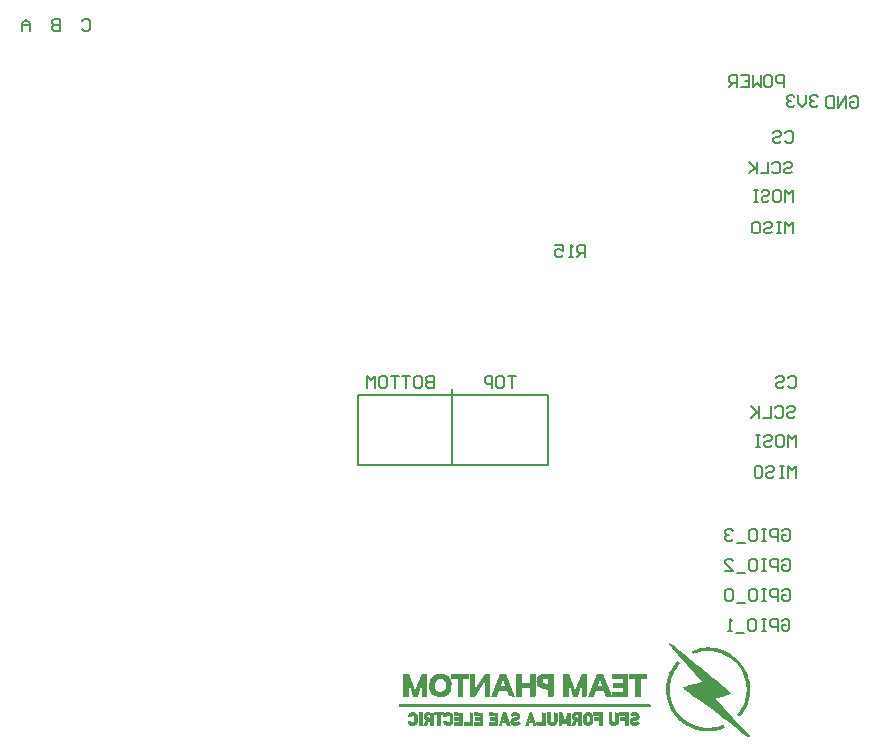
<source format=gbo>
G04*
G04 #@! TF.GenerationSoftware,Altium Limited,Altium Designer,18.1.11 (251)*
G04*
G04 Layer_Color=32896*
%FSLAX25Y25*%
%MOIN*%
G70*
G01*
G75*
%ADD13C,0.00787*%
%ADD16C,0.00591*%
G36*
X415351Y185519D02*
X414709Y185199D01*
X413426D01*
Y188173D01*
X410598D01*
Y185199D01*
X408673D01*
Y192809D01*
X410598D01*
Y189893D01*
X413426D01*
Y192809D01*
X415351D01*
Y185519D01*
D02*
G37*
G36*
X400188Y185198D02*
X398292D01*
Y190389D01*
X395114Y185198D01*
X393277D01*
Y192809D01*
X395201D01*
Y187735D01*
X398409Y192809D01*
X400188D01*
Y185198D01*
D02*
G37*
G36*
X432526Y185519D02*
X431884Y185199D01*
X430689D01*
Y190039D01*
X429289Y185199D01*
X427744D01*
X426373Y190039D01*
Y185199D01*
X424536D01*
Y192809D01*
X426344D01*
X428502Y187531D01*
X430631Y192809D01*
X432526D01*
Y185519D01*
D02*
G37*
G36*
X379163Y185198D02*
X377355D01*
Y190039D01*
X375926Y185198D01*
X374410D01*
X373010Y190039D01*
Y185198D01*
X371203D01*
Y192809D01*
X373040D01*
X375139Y187531D01*
X377326Y192809D01*
X379163D01*
Y185198D01*
D02*
G37*
G36*
X452296Y191060D02*
X450284D01*
Y185199D01*
X448360D01*
Y191060D01*
X446319D01*
Y192518D01*
Y192809D01*
X452296D01*
Y191060D01*
D02*
G37*
G36*
X446231Y185199D02*
X440778D01*
X440749Y185270D01*
Y186919D01*
X444336D01*
Y188144D01*
X440953D01*
Y189893D01*
X444307D01*
Y191060D01*
X440807D01*
Y192518D01*
Y192809D01*
X446231D01*
Y185199D01*
D02*
G37*
G36*
X440749Y185270D02*
Y185199D01*
X438912D01*
X436813Y190856D01*
X436054Y188814D01*
X437367D01*
X437891Y187094D01*
X435471D01*
X434684Y185199D01*
X432730D01*
X435879Y192809D01*
X437687D01*
X440749Y185270D01*
D02*
G37*
G36*
X421474Y185519D02*
X420833Y185199D01*
X419550D01*
Y191031D01*
X418121D01*
X417946Y191001D01*
X417800Y190972D01*
X417742Y190943D01*
X417713Y190914D01*
X417625Y190797D01*
X417596Y190652D01*
X417567Y190535D01*
Y190506D01*
Y190477D01*
X417596Y190331D01*
X417625Y190185D01*
X417742Y189981D01*
X417888Y189835D01*
X417917Y189777D01*
X417946D01*
X418092Y189689D01*
X418325Y189602D01*
X418762Y189456D01*
X418996Y189398D01*
X419171Y189368D01*
X419287Y189339D01*
X419346D01*
X419112Y187590D01*
X418442Y187706D01*
X417888Y187852D01*
X417421Y188027D01*
X417042Y188173D01*
X416750Y188348D01*
X416546Y188464D01*
X416430Y188552D01*
X416401Y188581D01*
X416109Y188873D01*
X415905Y189193D01*
X415759Y189514D01*
X415672Y189806D01*
X415584Y190097D01*
X415555Y190302D01*
Y190447D01*
Y190506D01*
X415584Y190885D01*
X415642Y191235D01*
X415759Y191526D01*
X415876Y191760D01*
X415992Y191964D01*
X416109Y192080D01*
X416167Y192168D01*
X416196Y192197D01*
X416459Y192401D01*
X416750Y192547D01*
X417071Y192664D01*
X417363Y192722D01*
X417625Y192780D01*
X417829Y192809D01*
X421474D01*
Y185519D01*
D02*
G37*
G36*
X408469Y185199D02*
X406661Y185344D01*
X406515Y185432D01*
X404474Y190856D01*
X403687Y188814D01*
X405028D01*
X405553Y187094D01*
X403133D01*
X402316Y185199D01*
X400392Y185198D01*
X403541Y192809D01*
X405378D01*
X408469Y185199D01*
D02*
G37*
G36*
X393189Y191060D02*
X391177D01*
Y185198D01*
X389253D01*
Y191060D01*
X387241D01*
Y192518D01*
Y192809D01*
X393189D01*
Y191060D01*
D02*
G37*
G36*
X384237Y192839D02*
X384820Y192722D01*
X385316Y192547D01*
X385724Y192372D01*
X386045Y192168D01*
X386278Y192022D01*
X386395Y191905D01*
X386453Y191847D01*
X386774Y191439D01*
X387007Y190972D01*
X387182Y190506D01*
X387299Y190039D01*
X387357Y189631D01*
X387386Y189310D01*
X387416Y189164D01*
Y189077D01*
Y189018D01*
Y188989D01*
X387095Y188960D01*
X387124Y188289D01*
X387066Y187735D01*
X386949Y187240D01*
X386803Y186831D01*
X386628Y186511D01*
X386482Y186277D01*
X386366Y186161D01*
X386337Y186102D01*
X385928Y185782D01*
X385491Y185548D01*
X385024Y185373D01*
X384587Y185257D01*
X384179Y185198D01*
X383858Y185169D01*
X383741Y185140D01*
X383566D01*
X382896Y185169D01*
X382312Y185286D01*
X381846Y185432D01*
X381438Y185636D01*
X381146Y185811D01*
X380913Y185957D01*
X380767Y186073D01*
X380738Y186102D01*
X380417Y186511D01*
X380184Y186977D01*
X380009Y187444D01*
X379892Y187910D01*
X379834Y188348D01*
X379776Y188669D01*
Y188814D01*
Y188902D01*
Y188960D01*
Y188989D01*
X379805Y189660D01*
X379921Y190214D01*
X380067Y190710D01*
X380242Y191118D01*
X380446Y191439D01*
X380592Y191672D01*
X380709Y191789D01*
X380738Y191847D01*
X381117Y192197D01*
X381583Y192430D01*
X382050Y192605D01*
X382488Y192751D01*
X382925Y192809D01*
X383246Y192839D01*
X383391Y192868D01*
X383566D01*
X384237Y192839D01*
D02*
G37*
G36*
X460928Y202403D02*
X461978Y201645D01*
X462444Y201266D01*
X462911Y200916D01*
X463319Y200595D01*
X463727Y200303D01*
X464077Y200012D01*
X464398Y199749D01*
X464689Y199545D01*
X464923Y199341D01*
X465098Y199195D01*
X465244Y199079D01*
X465331Y199020D01*
X465360Y198991D01*
X466293Y198233D01*
X467197Y197475D01*
X468043Y196804D01*
X468451Y196484D01*
X468830Y196163D01*
X469151Y195900D01*
X469472Y195638D01*
X469734Y195434D01*
X469968Y195230D01*
X470143Y195084D01*
X470288Y194967D01*
X470376Y194909D01*
X470405Y194880D01*
X471338Y194122D01*
X472242Y193363D01*
X473088Y192664D01*
X473496Y192343D01*
X473875Y192051D01*
X474196Y191760D01*
X474516Y191526D01*
X474779Y191293D01*
X475012Y191118D01*
X475187Y190972D01*
X475333Y190856D01*
X475420Y190797D01*
X475450Y190768D01*
X476412Y189981D01*
X477316Y189193D01*
X478220Y188464D01*
X478599Y188085D01*
X479007Y187765D01*
X479357Y187444D01*
X479678Y187152D01*
X479940Y186919D01*
X480173Y186686D01*
X480378Y186511D01*
X480523Y186394D01*
X480611Y186307D01*
X480640Y186277D01*
X480057Y186044D01*
X479503Y185840D01*
X479007Y185665D01*
X478570Y185490D01*
X478249Y185373D01*
X477986Y185286D01*
X477811Y185228D01*
X477753Y185199D01*
X476820Y184936D01*
X476383Y184819D01*
X475974Y184732D01*
X475654Y184644D01*
X475391Y184615D01*
X475216Y184557D01*
X475158D01*
X474808Y184615D01*
X475070Y184440D01*
X475304Y184265D01*
X475508Y184120D01*
X475683Y183974D01*
X475829Y183857D01*
X475916Y183770D01*
X475974Y183711D01*
X476004Y183682D01*
X476324Y183332D01*
X476587Y183041D01*
X476703Y182924D01*
X476791Y182837D01*
X476820Y182778D01*
X476849Y182749D01*
X477287Y182283D01*
X477666Y181874D01*
X478045Y181466D01*
X478336Y181116D01*
X478599Y180825D01*
X478803Y180591D01*
X478920Y180446D01*
X478978Y180387D01*
X479853Y179483D01*
X480261Y179046D01*
X480640Y178667D01*
X480961Y178317D01*
X481194Y178084D01*
X481340Y177909D01*
X481369Y177879D01*
X481398Y177850D01*
X481865Y177384D01*
X482273Y176917D01*
X482681Y176480D01*
X483031Y176130D01*
X483323Y175809D01*
X483556Y175547D01*
X483702Y175401D01*
X483760Y175343D01*
X484198Y174876D01*
X484606Y174439D01*
X484985Y174001D01*
X485335Y173651D01*
X485626Y173360D01*
X485830Y173126D01*
X485976Y172980D01*
X486035Y172922D01*
X486180Y172806D01*
X486326Y172689D01*
X486414Y172601D01*
X486472Y172572D01*
X486530Y172485D01*
X486589Y172397D01*
X486618Y172164D01*
X486589Y171989D01*
Y171960D01*
Y171931D01*
X486501Y171843D01*
X486414Y171785D01*
X486326Y171756D01*
X486239D01*
X486093Y171814D01*
X486035Y171843D01*
X485801Y171989D01*
X485626Y172077D01*
X485539Y172135D01*
X485510Y172164D01*
X484577Y172864D01*
X483731Y173535D01*
X482944Y174147D01*
X482594Y174439D01*
X482273Y174730D01*
X481981Y174963D01*
X481719Y175197D01*
X481515Y175372D01*
X481311Y175547D01*
X481165Y175692D01*
X481048Y175780D01*
X480990Y175838D01*
X480961Y175867D01*
X480028Y176567D01*
X479124Y177267D01*
X478249Y177909D01*
X477870Y178200D01*
X477491Y178463D01*
X477170Y178725D01*
X476849Y178958D01*
X476587Y179162D01*
X476354Y179337D01*
X476179Y179483D01*
X476033Y179571D01*
X475945Y179629D01*
X475916Y179658D01*
X474983Y180387D01*
X474050Y181058D01*
X473204Y181699D01*
X472796Y182020D01*
X472446Y182283D01*
X472096Y182545D01*
X471805Y182778D01*
X471542Y182982D01*
X471309Y183157D01*
X471105Y183303D01*
X470988Y183391D01*
X470901Y183449D01*
X470871Y183478D01*
X469763Y184207D01*
X468714Y184907D01*
X468247Y185228D01*
X467780Y185548D01*
X467343Y185840D01*
X466964Y186132D01*
X466614Y186365D01*
X466293Y186598D01*
X466002Y186802D01*
X465768Y186977D01*
X465593Y187123D01*
X465448Y187211D01*
X465360Y187269D01*
X465331Y187298D01*
X465185Y187415D01*
X465069Y187502D01*
X465010Y187560D01*
X464981Y187590D01*
X464894Y187677D01*
X464806Y187765D01*
X464602Y188027D01*
X464515Y188144D01*
X464427Y188260D01*
X464398Y188319D01*
X464369Y188348D01*
X465098Y188581D01*
X465768Y188785D01*
X466381Y188960D01*
X466906Y189106D01*
X467343Y189223D01*
X467547Y189281D01*
X467693Y189310D01*
X467810Y189368D01*
X467897D01*
X467955Y189398D01*
X467985D01*
X468597Y189543D01*
X469180Y189689D01*
X469705Y189835D01*
X470143Y189952D01*
X470521Y190039D01*
X470813Y190097D01*
X470930Y190127D01*
X471017Y190156D01*
X471076D01*
X470580Y190622D01*
X470084Y191118D01*
X469618Y191585D01*
X469180Y192022D01*
X468830Y192401D01*
X468539Y192722D01*
X468451Y192839D01*
X468364Y192926D01*
X468334Y192955D01*
X468305Y192984D01*
X467751Y193597D01*
X467256Y194151D01*
X466760Y194705D01*
X466323Y195171D01*
X465973Y195580D01*
X465681Y195900D01*
X465593Y196017D01*
X465506Y196104D01*
X465477Y196134D01*
X465448Y196163D01*
X464923Y196746D01*
X464427Y197329D01*
X463931Y197854D01*
X463523Y198321D01*
X463173Y198729D01*
X462882Y199050D01*
X462794Y199166D01*
X462707Y199254D01*
X462677Y199283D01*
X462648Y199312D01*
X462123Y199924D01*
X461599Y200508D01*
X461103Y201062D01*
X460665Y201557D01*
X460286Y201966D01*
X459995Y202286D01*
X459878Y202403D01*
X459791Y202490D01*
X459761Y202549D01*
X459732Y202578D01*
Y202724D01*
X459761Y202811D01*
X459791Y202840D01*
X459820Y202928D01*
Y203045D01*
Y203132D01*
Y203190D01*
X460928Y202403D01*
D02*
G37*
G36*
X453405Y182662D02*
X453871Y182516D01*
Y181612D01*
X369686Y181612D01*
Y182807D01*
X453405Y182662D01*
D02*
G37*
G36*
X386512Y180037D02*
X386628Y180008D01*
X386686D01*
X386861Y179950D01*
X386978Y179891D01*
X387095Y179833D01*
X387124Y179804D01*
X387241Y179717D01*
X387357Y179629D01*
X387445Y179542D01*
X387474Y179512D01*
X387561Y179396D01*
X387649Y179308D01*
X387678Y179250D01*
X387707Y179221D01*
X387766Y179046D01*
X387795Y178988D01*
Y178958D01*
X387824Y178813D01*
X387853Y178783D01*
Y178754D01*
X387882Y178638D01*
Y178492D01*
Y178404D01*
Y178346D01*
Y178171D01*
Y177996D01*
Y177850D01*
Y177821D01*
Y177792D01*
Y177530D01*
Y177325D01*
Y177209D01*
Y177150D01*
Y177005D01*
X387853Y176888D01*
Y176830D01*
Y176801D01*
X387824Y176684D01*
Y176655D01*
Y176626D01*
X387795Y176567D01*
Y176538D01*
Y176509D01*
X387766Y176480D01*
Y176451D01*
X387736Y176392D01*
Y176363D01*
Y176334D01*
X387620Y176188D01*
X387532Y176101D01*
X387474Y176042D01*
X387445Y176013D01*
X387357Y175926D01*
X387241Y175838D01*
X387153Y175751D01*
X387124Y175722D01*
X386978Y175634D01*
X386832Y175576D01*
X386716Y175517D01*
X386686D01*
X386512Y175488D01*
X386337Y175459D01*
X386162D01*
X385958Y175488D01*
X385783Y175517D01*
X385666Y175547D01*
X385608D01*
X385403Y175634D01*
X385228Y175722D01*
X385112Y175780D01*
X385054Y175809D01*
X384908Y175926D01*
X384762Y176072D01*
X384704Y176188D01*
X384675Y176217D01*
X384587Y176451D01*
X384500Y176684D01*
X384470Y176859D01*
X384441Y176888D01*
Y176917D01*
Y177209D01*
X385608D01*
X385724Y176975D01*
X385812Y176830D01*
X385870Y176771D01*
X385899Y176742D01*
X385987Y176684D01*
X386074Y176655D01*
X386278D01*
X386308Y176684D01*
X386337Y176713D01*
X386395Y176742D01*
X386453D01*
X386482Y176771D01*
X386541Y176830D01*
X386570Y176859D01*
Y176888D01*
X386599Y176917D01*
Y176975D01*
X386628Y177005D01*
X386657Y177209D01*
Y177267D01*
Y177296D01*
Y177471D01*
Y177617D01*
Y177734D01*
Y177792D01*
Y177967D01*
Y178113D01*
Y178200D01*
Y178229D01*
Y178346D01*
X386628Y178433D01*
Y178463D01*
X386599Y178579D01*
Y178608D01*
X386570Y178667D01*
X386512Y178725D01*
X386482Y178754D01*
X386395Y178813D01*
X386366Y178842D01*
X386308D01*
X386191Y178871D01*
X386074D01*
X386045Y178842D01*
X385958Y178813D01*
X385928D01*
X385899Y178783D01*
X385812Y178696D01*
X385783Y178667D01*
Y178638D01*
X385724Y178550D01*
X385695Y178433D01*
X385666Y178346D01*
Y178288D01*
X384441D01*
X384470Y178521D01*
X384500Y178725D01*
X384558Y178871D01*
X384577Y178949D01*
X384791Y178929D01*
Y179439D01*
X384733Y179367D01*
X384645Y179192D01*
X384616Y179133D01*
Y179075D01*
X384587Y178988D01*
X384577Y178949D01*
X383712Y179029D01*
Y175488D01*
X382458D01*
Y178929D01*
X381379D01*
Y180037D01*
X384791D01*
Y179439D01*
X384849Y179512D01*
X384937Y179600D01*
X384966Y179629D01*
X385170Y179804D01*
X385345Y179891D01*
X385491Y179950D01*
X385520Y179979D01*
X385549D01*
X385753Y180037D01*
X385958Y180066D01*
X386366D01*
X386512Y180037D01*
D02*
G37*
G36*
X474021Y201587D02*
X474779Y201499D01*
X475450Y201382D01*
X475770Y201324D01*
X476033Y201266D01*
X476266Y201207D01*
X476470Y201178D01*
X476645Y201120D01*
X476762Y201091D01*
X476820Y201062D01*
X476849D01*
X477637Y200799D01*
X478395Y200478D01*
X479065Y200158D01*
X479678Y199866D01*
X479940Y199720D01*
X480173Y199574D01*
X480378Y199458D01*
X480553Y199341D01*
X480698Y199254D01*
X480786Y199195D01*
X480844Y199166D01*
X480873Y199137D01*
X481573Y198583D01*
X482215Y197971D01*
X482798Y197358D01*
X483294Y196804D01*
X483702Y196279D01*
X483877Y196046D01*
X484023Y195871D01*
X484139Y195696D01*
X484227Y195580D01*
X484256Y195521D01*
X484285Y195492D01*
X484752Y194851D01*
X485131Y194209D01*
X485481Y193597D01*
X485743Y193013D01*
X485947Y192518D01*
X486035Y192284D01*
X486093Y192110D01*
X486151Y191964D01*
X486180Y191847D01*
X486210Y191789D01*
Y191760D01*
X486443Y190914D01*
X486618Y190068D01*
X486705Y189281D01*
X486793Y188581D01*
X486822Y188289D01*
Y187998D01*
X486851Y187765D01*
Y187560D01*
Y187386D01*
Y187269D01*
Y187181D01*
Y187152D01*
X486793Y186307D01*
X486676Y185519D01*
X486530Y184790D01*
X486355Y184149D01*
X486297Y183857D01*
X486210Y183624D01*
X486151Y183391D01*
X486064Y183216D01*
X486035Y183070D01*
X485976Y182953D01*
X485947Y182895D01*
Y182866D01*
X485626Y182020D01*
X485277Y181262D01*
X484897Y180591D01*
X484518Y180008D01*
X484373Y179746D01*
X484198Y179512D01*
X484052Y179337D01*
X483935Y179162D01*
X483848Y179046D01*
X483760Y178958D01*
X483731Y178900D01*
X483702Y178871D01*
X483119Y178754D01*
X482565Y179250D01*
X483089Y179950D01*
X483527Y180591D01*
X483906Y181175D01*
X484198Y181699D01*
X484431Y182137D01*
X484548Y182312D01*
X484606Y182457D01*
X484664Y182574D01*
X484723Y182662D01*
X484752Y182691D01*
Y182720D01*
X485014Y183595D01*
X485189Y184440D01*
X485364Y185199D01*
X485452Y185869D01*
X485510Y186161D01*
X485539Y186423D01*
Y186627D01*
X485568Y186831D01*
X485597Y186977D01*
Y187094D01*
Y187152D01*
Y187181D01*
Y187940D01*
X485539Y188698D01*
X485452Y189368D01*
X485364Y189981D01*
X485335Y190243D01*
X485277Y190477D01*
X485218Y190681D01*
X485189Y190856D01*
X485160Y191001D01*
X485131Y191118D01*
X485102Y191176D01*
Y191206D01*
X484839Y191964D01*
X484577Y192693D01*
X484285Y193305D01*
X484023Y193888D01*
X483789Y194326D01*
X483673Y194530D01*
X483585Y194676D01*
X483498Y194792D01*
X483469Y194880D01*
X483410Y194938D01*
Y194967D01*
X482856Y195667D01*
X482273Y196279D01*
X481719Y196804D01*
X481223Y197242D01*
X480815Y197621D01*
X480611Y197766D01*
X480465Y197883D01*
X480348Y197971D01*
X480261Y198029D01*
X480203Y198087D01*
X480173D01*
X479532Y198495D01*
X478861Y198875D01*
X478249Y199166D01*
X477666Y199429D01*
X477199Y199633D01*
X476995Y199691D01*
X476820Y199749D01*
X476674Y199808D01*
X476558Y199837D01*
X476499Y199866D01*
X476470D01*
X475712Y200070D01*
X474983Y200216D01*
X474283Y200303D01*
X473671Y200362D01*
X473379Y200391D01*
X473117Y200420D01*
X472359D01*
X471542Y200362D01*
X470755Y200274D01*
X469997Y200129D01*
X469326Y199953D01*
X469034Y199895D01*
X468743Y199808D01*
X468509Y199749D01*
X468305Y199662D01*
X468130Y199633D01*
X468014Y199574D01*
X467926Y199545D01*
X467897D01*
X467547Y200595D01*
X468451Y200916D01*
X469297Y201149D01*
X470113Y201353D01*
X470842Y201470D01*
X471134Y201499D01*
X471425Y201557D01*
X471688Y201587D01*
X471892D01*
X472067Y201616D01*
X473175D01*
X474021Y201587D01*
D02*
G37*
G36*
X426548Y179891D02*
X427044Y179746D01*
Y175488D01*
X425790D01*
Y176787D01*
X425469Y176042D01*
X424536D01*
X424245Y176719D01*
Y175488D01*
X422991D01*
Y180037D01*
X424099D01*
X425003Y177500D01*
X425936Y180037D01*
X426548Y179891D01*
D02*
G37*
G36*
X442645D02*
X443140Y179746D01*
Y177121D01*
X443111Y176859D01*
X443082Y176655D01*
X443053Y176509D01*
X443024Y176451D01*
X442907Y176246D01*
X442790Y176072D01*
X442674Y175955D01*
X442645Y175926D01*
X442440Y175751D01*
X442236Y175634D01*
X442120Y175576D01*
X442061Y175547D01*
X441828Y175488D01*
X441624Y175459D01*
X441391D01*
X441128Y175488D01*
X440924Y175517D01*
X440778Y175547D01*
X440720D01*
X440487Y175663D01*
X440312Y175780D01*
X440195Y175867D01*
X440166Y175897D01*
X440020Y176101D01*
X439903Y176276D01*
X439845Y176392D01*
X439816Y176451D01*
X439729Y176684D01*
X439699Y176917D01*
X439670Y177063D01*
Y177092D01*
Y177121D01*
Y180037D01*
X440895D01*
Y177209D01*
X440924Y177034D01*
X440953Y176975D01*
Y176946D01*
X441012Y176830D01*
X441041Y176801D01*
X441070D01*
X441157Y176713D01*
X441187Y176684D01*
X441216D01*
X441332Y176655D01*
X441478D01*
X441537Y176684D01*
X441595D01*
X441682Y176742D01*
X441711Y176801D01*
X441741D01*
X441828Y176888D01*
X441857Y176946D01*
X441886Y177034D01*
Y177121D01*
Y177180D01*
Y177209D01*
Y180037D01*
X442645Y179891D01*
D02*
G37*
G36*
X422116D02*
X422612Y179746D01*
Y177121D01*
X422582Y176859D01*
X422553Y176655D01*
X422524Y176509D01*
X422495Y176451D01*
X422378Y176246D01*
X422262Y176072D01*
X422145Y175955D01*
X422116Y175926D01*
X421912Y175751D01*
X421708Y175634D01*
X421591Y175576D01*
X421533Y175547D01*
X421299Y175488D01*
X421095Y175459D01*
X420862D01*
X420600Y175488D01*
X420396Y175517D01*
X420250Y175547D01*
X420191D01*
X419958Y175663D01*
X419783Y175780D01*
X419666Y175867D01*
X419637Y175897D01*
X419491Y176101D01*
X419346Y176276D01*
X419287Y176392D01*
X419258Y176451D01*
X419171Y176684D01*
X419142Y176917D01*
X419112Y177063D01*
Y177092D01*
Y177121D01*
Y180037D01*
X420366D01*
Y177209D01*
X420396Y177034D01*
X420425Y176975D01*
Y176946D01*
X420483Y176830D01*
X420512Y176801D01*
X420541Y176771D01*
X420629Y176713D01*
X420658Y176684D01*
X420687D01*
X420804Y176655D01*
X420950D01*
X421008Y176684D01*
X421066D01*
X421154Y176742D01*
X421183Y176801D01*
X421212D01*
X421299Y176888D01*
X421329Y176946D01*
X421358Y177034D01*
Y177121D01*
Y177180D01*
Y177209D01*
Y180037D01*
X422116Y179891D01*
D02*
G37*
G36*
X374673Y180037D02*
X374789Y180008D01*
X374848D01*
X375023Y179950D01*
X375198Y179862D01*
X375314Y179804D01*
X375372Y179775D01*
X375518Y179629D01*
X375577Y179571D01*
X375606Y179542D01*
X375781Y179337D01*
X375839Y179250D01*
X375868Y179221D01*
X375926Y179075D01*
X375956Y179017D01*
Y178988D01*
X376014Y178842D01*
Y178783D01*
Y178754D01*
X376043Y178638D01*
Y178521D01*
X376072Y178433D01*
Y178375D01*
Y178200D01*
Y177996D01*
Y177850D01*
Y177821D01*
Y177792D01*
Y177530D01*
Y177325D01*
Y177209D01*
Y177150D01*
X376043Y176975D01*
Y176888D01*
X376014Y176830D01*
Y176801D01*
X375985Y176684D01*
Y176655D01*
Y176626D01*
X375956Y176567D01*
Y176538D01*
Y176509D01*
X375926Y176480D01*
Y176451D01*
X375868Y176334D01*
X375839Y176305D01*
Y176276D01*
X375693Y176101D01*
X375635Y176042D01*
Y176013D01*
X375518Y175926D01*
X375402Y175809D01*
X375314Y175722D01*
X375285Y175692D01*
X375110Y175605D01*
X374964Y175576D01*
X374877Y175517D01*
X374848D01*
X374673Y175488D01*
X374498Y175459D01*
X374323D01*
X374089Y175488D01*
X373914Y175517D01*
X373798Y175547D01*
X373740D01*
X373565Y175634D01*
X373390Y175692D01*
X373273Y175751D01*
X373244Y175780D01*
X373098Y175926D01*
X372952Y176072D01*
X372894Y176188D01*
X372865Y176217D01*
X372748Y176451D01*
X372690Y176655D01*
X372631Y176859D01*
X372602Y176888D01*
Y176917D01*
Y177209D01*
X373798D01*
X373914Y176975D01*
X374002Y176830D01*
X374060Y176771D01*
X374089Y176742D01*
X374148Y176684D01*
X374235Y176655D01*
X374439D01*
X374498Y176684D01*
X374527Y176713D01*
X374585Y176742D01*
X374614Y176771D01*
X374673Y176830D01*
X374702Y176859D01*
X374731Y176888D01*
X374760D01*
Y176975D01*
Y177005D01*
X374789Y177209D01*
X374818Y177267D01*
Y177296D01*
Y177442D01*
Y177588D01*
Y177734D01*
Y177792D01*
Y177996D01*
Y178142D01*
Y178229D01*
Y178259D01*
X374789Y178433D01*
X374760Y178492D01*
Y178521D01*
Y178579D01*
Y178608D01*
X374731Y178638D01*
X374702Y178667D01*
X374643Y178725D01*
X374614Y178754D01*
X374556Y178813D01*
X374527Y178842D01*
X374468D01*
X374381Y178871D01*
X374264D01*
X374235Y178842D01*
X374206D01*
X374060Y178813D01*
X374031Y178783D01*
X373973Y178696D01*
X373944Y178667D01*
X373914Y178579D01*
X373885Y178463D01*
X373827Y178346D01*
Y178317D01*
Y178288D01*
X372602D01*
X372631Y178521D01*
X372661Y178725D01*
X372690Y178871D01*
X372719Y179017D01*
X372748Y179104D01*
X372777Y179162D01*
X372806Y179221D01*
X372923Y179396D01*
X373040Y179512D01*
X373127Y179600D01*
X373156Y179629D01*
X373331Y179775D01*
X373506Y179891D01*
X373623Y179921D01*
X373681Y179950D01*
X373914Y180008D01*
X374119Y180066D01*
X374527D01*
X374673Y180037D01*
D02*
G37*
G36*
X446348Y175488D02*
X445094D01*
Y177180D01*
X443432D01*
Y178317D01*
X445094D01*
Y178871D01*
X443169D01*
Y180037D01*
X446348D01*
Y175488D01*
D02*
G37*
G36*
X437658D02*
X436404D01*
Y177180D01*
X434742D01*
Y178317D01*
X436404D01*
Y178871D01*
X434480D01*
Y180037D01*
X437658D01*
Y175488D01*
D02*
G37*
G36*
X430718D02*
X429464D01*
Y177180D01*
X429202D01*
X428385Y175488D01*
X427161D01*
X428094Y177384D01*
X427890Y177471D01*
X427715Y177617D01*
X427598Y177734D01*
X427569Y177792D01*
X427423Y178084D01*
X427336Y178346D01*
X427306Y178463D01*
Y178550D01*
Y178608D01*
Y178638D01*
X427336Y178871D01*
X427394Y179075D01*
X427423Y179192D01*
X427452Y179250D01*
X427569Y179425D01*
X427685Y179600D01*
X427773Y179717D01*
X427831Y179746D01*
X427977Y179833D01*
X428152Y179891D01*
X428239Y179950D01*
X428298D01*
X428473Y180008D01*
X428648Y180037D01*
X430718D01*
Y175488D01*
D02*
G37*
G36*
X418238Y179891D02*
X418704Y179746D01*
Y175488D01*
X415759D01*
X415526Y176175D01*
Y176655D01*
X417509D01*
Y180037D01*
X418238Y179891D01*
D02*
G37*
G36*
X415526Y176175D02*
Y175488D01*
X414564D01*
X414272Y176363D01*
X412982Y176495D01*
X412930Y175488D01*
X411735D01*
X413280Y180037D01*
X414214D01*
X415526Y176175D01*
D02*
G37*
G36*
X406982Y175488D02*
X405786D01*
X405495Y176363D01*
X404205Y176495D01*
X404153Y175488D01*
X402958D01*
X404503Y180037D01*
X405436D01*
X406982Y175488D01*
D02*
G37*
G36*
X402433Y179891D02*
X402900Y179746D01*
Y175488D01*
X399721Y175488D01*
Y176655D01*
X401675Y176655D01*
Y177209D01*
X400013Y177209D01*
Y178346D01*
X401675Y178346D01*
Y178871D01*
X399721Y178871D01*
Y180037D01*
X402433Y179891D01*
D02*
G37*
G36*
X397417Y179891D02*
X397913Y179746D01*
Y175488D01*
X394735D01*
Y176655D01*
X396659D01*
Y177209D01*
X394997D01*
Y178346D01*
X396659D01*
Y178871D01*
X394735D01*
Y180037D01*
X397417Y179891D01*
D02*
G37*
G36*
X394035D02*
X394531Y179746D01*
Y175488D01*
X391352D01*
Y176655D01*
X393277D01*
Y180037D01*
X394035Y179891D01*
D02*
G37*
G36*
X390681D02*
X391148Y179746D01*
Y175488D01*
X387970D01*
Y176655D01*
X389894D01*
Y177209D01*
X388232D01*
Y178346D01*
X389894D01*
Y178871D01*
X387970D01*
Y180037D01*
X390681Y179891D01*
D02*
G37*
G36*
X380825D02*
X381321Y179746D01*
Y175488D01*
X380067D01*
Y177180D01*
X379834D01*
X378988Y175488D01*
X377793D01*
X378697Y177384D01*
X378522Y177471D01*
X378347Y177617D01*
X378230Y177734D01*
X378201Y177792D01*
X378055Y178084D01*
X377968Y178375D01*
X377939Y178492D01*
Y178579D01*
Y178638D01*
Y178667D01*
X377968Y178900D01*
X377997Y179075D01*
X378055Y179192D01*
X378084Y179250D01*
X378201Y179425D01*
X378289Y179600D01*
X378405Y179717D01*
X378434Y179746D01*
X378580Y179833D01*
X378755Y179891D01*
X378842Y179950D01*
X378901D01*
X379076Y180008D01*
X379251Y180037D01*
X379455D01*
X380825Y179891D01*
D02*
G37*
G36*
X377647Y175488D02*
X376393D01*
Y180037D01*
X377647D01*
Y175488D01*
D02*
G37*
G36*
X448797Y180037D02*
X448943Y180008D01*
X448972Y179979D01*
X449002D01*
X449206Y179891D01*
X449380Y179775D01*
X449497Y179687D01*
X449526Y179658D01*
X449672Y179512D01*
X449760Y179367D01*
X449818Y179279D01*
X449847Y179221D01*
X449905Y179017D01*
X449935Y178842D01*
X449964Y178696D01*
Y178667D01*
Y178638D01*
X449935Y178433D01*
X449905Y178259D01*
X449876Y178142D01*
Y178113D01*
X449789Y177967D01*
X449672Y177792D01*
X449614Y177704D01*
X449585Y177646D01*
X449439Y177530D01*
X449322Y177442D01*
X449206Y177384D01*
X449176Y177355D01*
X448972Y177296D01*
X448797Y177238D01*
X448681Y177209D01*
X448622D01*
X448418Y177180D01*
X448360Y177150D01*
X448098D01*
X448010Y177121D01*
X447952Y177063D01*
X447893Y177034D01*
X447835Y176946D01*
Y176917D01*
Y176830D01*
X447864Y176771D01*
X447893Y176713D01*
X447923D01*
X447981Y176655D01*
X448156Y176509D01*
X448127Y176538D01*
X448068Y176596D01*
X447981Y176655D01*
X448360D01*
X448506Y176684D01*
X448622D01*
X448768Y176713D01*
X448827D01*
X449002Y176801D01*
X449206Y176946D01*
X449380Y177034D01*
X449410Y177092D01*
X449439D01*
X450168Y176276D01*
X449993Y176101D01*
X449818Y175955D01*
X449672Y175838D01*
X449526Y175751D01*
X449410Y175692D01*
X449322Y175634D01*
X449293Y175605D01*
X449264D01*
X448914Y175517D01*
X448622Y175488D01*
X448477Y175459D01*
X448302D01*
X448010Y175488D01*
X447777Y175517D01*
X447573Y175576D01*
X447398Y175634D01*
X447252Y175692D01*
X447164Y175751D01*
X447106Y175809D01*
X447077D01*
X446931Y175955D01*
X446814Y176159D01*
X446727Y176334D01*
X446669Y176538D01*
X446639Y176713D01*
X446610Y176859D01*
Y176946D01*
Y176975D01*
Y177121D01*
X446639Y177238D01*
X446669Y177355D01*
X446698Y177384D01*
X446756Y177559D01*
X446844Y177704D01*
X446902Y177821D01*
X446931Y177850D01*
X447077Y177996D01*
X447223Y178084D01*
X447310Y178142D01*
X447368Y178171D01*
X447573Y178259D01*
X447777Y178317D01*
X447952Y178346D01*
X448243D01*
X448331Y178375D01*
X448360Y178404D01*
X448447Y178433D01*
X448564D01*
X448622Y178463D01*
X448681Y178550D01*
X448710Y178579D01*
Y178608D01*
Y178638D01*
X448681Y178696D01*
Y178725D01*
X448652Y178783D01*
X448535Y178842D01*
X448506D01*
X448447Y178871D01*
X448243D01*
X448098Y178842D01*
X447981Y178813D01*
X447952Y178783D01*
X447748Y178725D01*
X447514Y178638D01*
X447339Y178579D01*
X447310Y178550D01*
X447281D01*
X446727Y179454D01*
X447048Y179687D01*
X447310Y179833D01*
X447485Y179921D01*
X447514Y179950D01*
X447543D01*
X447806Y180008D01*
X448068Y180066D01*
X448593D01*
X448797Y180037D01*
D02*
G37*
G36*
X433138D02*
X433255Y180008D01*
X433313D01*
X433488Y179950D01*
X433605Y179891D01*
X433722Y179833D01*
X433751Y179804D01*
X433867Y179717D01*
X433984Y179629D01*
X434071Y179542D01*
X434101Y179512D01*
X434188Y179396D01*
X434246Y179308D01*
X434305Y179250D01*
Y179221D01*
X434392Y179046D01*
X434421Y178988D01*
Y178958D01*
X434451Y178813D01*
X434480Y178783D01*
Y178754D01*
Y178608D01*
Y178492D01*
X434509Y178375D01*
Y178346D01*
Y178171D01*
Y177996D01*
Y177850D01*
Y177821D01*
Y177792D01*
Y177530D01*
Y177355D01*
Y177209D01*
Y177180D01*
X434480Y177005D01*
Y176888D01*
Y176801D01*
Y176771D01*
X434451Y176684D01*
Y176655D01*
X434421Y176626D01*
Y176567D01*
Y176538D01*
Y176509D01*
X434363Y176421D01*
Y176392D01*
X434334D01*
Y176363D01*
X434305Y176334D01*
Y176305D01*
X434159Y176101D01*
X434130Y176042D01*
X434101Y176013D01*
X433867Y175809D01*
X433780Y175751D01*
X433751Y175722D01*
X433576Y175634D01*
X433430Y175576D01*
X433343Y175517D01*
X433313D01*
X433138Y175488D01*
X432964Y175459D01*
X432584D01*
X432409Y175488D01*
X432293Y175517D01*
X432264D01*
X432089Y175576D01*
X431943Y175634D01*
X431826Y175692D01*
X431797Y175722D01*
X431680Y175838D01*
X431564Y175926D01*
X431505Y175984D01*
X431476Y176013D01*
X431389Y176130D01*
X431330Y176217D01*
X431272Y176276D01*
Y176305D01*
X431185Y176451D01*
X431155Y176509D01*
Y176538D01*
X431097Y176713D01*
X431068Y176771D01*
Y176801D01*
Y176975D01*
Y177121D01*
Y177209D01*
Y177238D01*
X431039Y177413D01*
Y177617D01*
Y177734D01*
Y177792D01*
Y177967D01*
Y178142D01*
X431068Y178259D01*
Y178288D01*
Y178463D01*
Y178608D01*
Y178696D01*
Y178725D01*
X431126Y178900D01*
X431155Y178929D01*
Y178958D01*
X431214Y179133D01*
X431243Y179192D01*
Y179221D01*
X431389Y179425D01*
X431447Y179483D01*
X431476Y179512D01*
X431593Y179629D01*
X431680Y179717D01*
X431768Y179746D01*
X431797Y179775D01*
X431943Y179891D01*
X432118Y179950D01*
X432205Y180008D01*
X432264D01*
X432439Y180037D01*
X432614Y180066D01*
X432993D01*
X433138Y180037D01*
D02*
G37*
G36*
X409023D02*
X409169Y180008D01*
X409227Y179979D01*
X409431Y179891D01*
X409577Y179804D01*
X409694Y179717D01*
X409723Y179687D01*
X409898Y179542D01*
X410014Y179367D01*
X410073Y179279D01*
X410102Y179221D01*
X410160Y179017D01*
X410189Y178842D01*
Y178696D01*
Y178667D01*
Y178638D01*
X410160Y178433D01*
X410131Y178288D01*
X410102Y178171D01*
Y178113D01*
X410014Y177938D01*
X409927Y177821D01*
X409840Y177704D01*
X409810Y177675D01*
X409694Y177559D01*
X409577Y177442D01*
X409460Y177384D01*
X409431Y177355D01*
X409227Y177296D01*
X409052Y177238D01*
X408936Y177209D01*
X408877D01*
X408702Y177180D01*
X408644Y177150D01*
X408323D01*
X408236Y177121D01*
X408177Y177063D01*
X408148Y177034D01*
X408090Y176975D01*
Y176946D01*
Y176917D01*
Y176830D01*
X408119Y176771D01*
X408148Y176713D01*
X408177D01*
X408236Y176655D01*
X408411Y176509D01*
X408382Y176538D01*
X408323Y176596D01*
X408236Y176655D01*
X408615D01*
X408761Y176684D01*
X408877D01*
X409023Y176713D01*
X409052D01*
X409227Y176801D01*
X409460Y176946D01*
X409635Y177034D01*
X409665Y177092D01*
X409694D01*
X410394Y176276D01*
X410219Y176101D01*
X410073Y175955D01*
X409898Y175838D01*
X409781Y175751D01*
X409665Y175692D01*
X409577Y175634D01*
X409548Y175605D01*
X409519D01*
X409169Y175517D01*
X408877Y175488D01*
X408732Y175459D01*
X408557D01*
X408265Y175488D01*
X408003Y175517D01*
X407798Y175576D01*
X407623Y175634D01*
X407478Y175692D01*
X407390Y175751D01*
X407332Y175809D01*
X407303D01*
X407157Y175955D01*
X407040Y176130D01*
X406982Y176334D01*
X406924Y176509D01*
X406894Y176655D01*
X406865Y176801D01*
Y176888D01*
Y176917D01*
Y177092D01*
X406894Y177238D01*
X406924Y177355D01*
X406953Y177384D01*
X407011Y177559D01*
X407098Y177704D01*
X407157Y177821D01*
X407186Y177850D01*
X407332Y177996D01*
X407478Y178084D01*
X407565Y178142D01*
X407623Y178171D01*
X407828Y178259D01*
X408032Y178317D01*
X408207Y178346D01*
X408469D01*
X408586Y178375D01*
X408615Y178404D01*
X408702Y178433D01*
X408819D01*
X408877Y178463D01*
X408906Y178521D01*
X408936Y178550D01*
Y178608D01*
Y178638D01*
Y178696D01*
Y178725D01*
X408906Y178783D01*
X408790Y178842D01*
X408761D01*
X408673Y178871D01*
X408498D01*
X408352Y178842D01*
X408236Y178813D01*
X408207Y178783D01*
X408003Y178725D01*
X407769Y178638D01*
X407594Y178579D01*
X407565Y178550D01*
X407536D01*
X406982Y179454D01*
X407303Y179687D01*
X407565Y179833D01*
X407740Y179921D01*
X407769Y179950D01*
X407798D01*
X408061Y180008D01*
X408294Y180066D01*
X408819D01*
X409023Y180037D01*
D02*
G37*
G36*
X463319Y196279D02*
X462765Y195580D01*
X462269Y194880D01*
X461861Y194209D01*
X461540Y193626D01*
X461278Y193101D01*
X461161Y192897D01*
X461074Y192722D01*
X461015Y192576D01*
X460957Y192459D01*
X460928Y192401D01*
Y192372D01*
X460665Y191614D01*
X460461Y190885D01*
X460316Y190185D01*
X460199Y189573D01*
X460141Y189281D01*
X460111Y189018D01*
X460082Y188814D01*
Y188610D01*
X460053Y188464D01*
Y188348D01*
Y188289D01*
Y188260D01*
Y187502D01*
X460082Y186744D01*
X460141Y186073D01*
X460228Y185432D01*
X460286Y185169D01*
X460345Y184936D01*
X460374Y184703D01*
X460432Y184528D01*
X460461Y184382D01*
X460491Y184265D01*
X460520Y184207D01*
Y184178D01*
X460782Y183361D01*
X461103Y182574D01*
X461424Y181845D01*
X461773Y181204D01*
X461919Y180912D01*
X462065Y180650D01*
X462182Y180416D01*
X462298Y180212D01*
X462386Y180066D01*
X462473Y179950D01*
X462502Y179891D01*
X462532Y179862D01*
X463027Y179308D01*
X463523Y178783D01*
X464019Y178317D01*
X464515Y177938D01*
X464923Y177588D01*
X465244Y177355D01*
X465360Y177267D01*
X465448Y177209D01*
X465506Y177150D01*
X465535D01*
X466206Y176713D01*
X466906Y176305D01*
X467547Y175984D01*
X468130Y175751D01*
X468655Y175547D01*
X468859Y175459D01*
X469034Y175401D01*
X469180Y175343D01*
X469297Y175313D01*
X469355Y175284D01*
X469384D01*
X470143Y175109D01*
X470871Y174993D01*
X471571Y174905D01*
X472213Y174847D01*
X473525D01*
X474341Y174934D01*
X475158Y175051D01*
X475916Y175226D01*
X476616Y175430D01*
X476908Y175517D01*
X477199Y175605D01*
X477462Y175663D01*
X477666Y175751D01*
X477841Y175809D01*
X477957Y175867D01*
X478045Y175897D01*
X478074D01*
X478453Y174847D01*
X477899Y174613D01*
X477374Y174409D01*
X476908Y174234D01*
X476470Y174118D01*
X476120Y174001D01*
X475829Y173943D01*
X475654Y173914D01*
X475625Y173884D01*
X475595D01*
X475070Y173797D01*
X474546Y173768D01*
X474050Y173739D01*
X472913D01*
X472796Y173768D01*
X472650D01*
X472504Y173622D01*
X471980Y173651D01*
X471717D01*
X471455Y173680D01*
X471250Y173709D01*
X471076D01*
X470959Y173739D01*
X470930D01*
X470259Y173855D01*
X469938Y173914D01*
X469676Y173972D01*
X469443Y174030D01*
X469239Y174089D01*
X469122Y174118D01*
X469093D01*
X468247Y174380D01*
X467460Y174701D01*
X466731Y175051D01*
X466089Y175372D01*
X465798Y175517D01*
X465564Y175663D01*
X465331Y175780D01*
X465156Y175897D01*
X465010Y176013D01*
X464894Y176072D01*
X464835Y176101D01*
X464806Y176130D01*
X464077Y176655D01*
X463436Y177238D01*
X462852Y177763D01*
X462357Y178288D01*
X461978Y178754D01*
X461803Y178929D01*
X461686Y179104D01*
X461569Y179250D01*
X461482Y179337D01*
X461453Y179396D01*
X461424Y179425D01*
X460928Y180183D01*
X460520Y180912D01*
X460170Y181641D01*
X459878Y182283D01*
X459761Y182574D01*
X459674Y182866D01*
X459586Y183099D01*
X459499Y183303D01*
X459441Y183449D01*
X459412Y183595D01*
X459382Y183653D01*
Y183682D01*
X459149Y184557D01*
X459003Y185403D01*
X458887Y186190D01*
X458828Y186919D01*
Y187211D01*
Y187502D01*
Y187765D01*
Y187969D01*
Y188144D01*
Y188260D01*
Y188348D01*
Y188377D01*
X458916Y189252D01*
X459032Y190097D01*
X459207Y190856D01*
X459382Y191555D01*
X459470Y191847D01*
X459557Y192110D01*
X459645Y192343D01*
X459703Y192547D01*
X459761Y192722D01*
X459820Y192839D01*
X459849Y192897D01*
Y192926D01*
X460199Y193742D01*
X460636Y194501D01*
X461074Y195171D01*
X461482Y195784D01*
X461686Y196046D01*
X461861Y196309D01*
X462036Y196513D01*
X462182Y196688D01*
X462298Y196833D01*
X462386Y196921D01*
X462444Y196979D01*
X462473Y197008D01*
X463319Y196279D01*
D02*
G37*
%LPC*%
G36*
X383712Y191089D02*
X383566D01*
X383246Y191060D01*
X382983Y191001D01*
X382750Y190943D01*
X382546Y190856D01*
X382400Y190739D01*
X382312Y190681D01*
X382254Y190622D01*
X382225Y190593D01*
X382079Y190389D01*
X381963Y190127D01*
X381875Y189864D01*
X381817Y189631D01*
X381788Y189398D01*
X381758Y189193D01*
Y189077D01*
Y189018D01*
X381788Y188639D01*
X381817Y188289D01*
X381904Y188027D01*
X381992Y187794D01*
X382079Y187619D01*
X382138Y187473D01*
X382196Y187415D01*
X382225Y187385D01*
X382400Y187211D01*
X382604Y187094D01*
X382837Y186977D01*
X383071Y186919D01*
X383246Y186890D01*
X383421Y186861D01*
X383566D01*
X383887Y186890D01*
X384179Y186948D01*
X384412Y187036D01*
X384616Y187123D01*
X384762Y187211D01*
X384879Y187298D01*
X384937Y187356D01*
X384966Y187385D01*
X385112Y187619D01*
X385228Y187852D01*
X385287Y188144D01*
X385345Y188406D01*
X385374Y188639D01*
X385403Y188844D01*
Y188960D01*
Y189018D01*
X385374Y189398D01*
X385345Y189718D01*
X385258Y189981D01*
X385170Y190214D01*
X385112Y190389D01*
X385024Y190506D01*
X384995Y190564D01*
X384966Y190593D01*
X384762Y190768D01*
X384558Y190885D01*
X384325Y190972D01*
X384091Y191031D01*
X383887Y191060D01*
X383712Y191089D01*
D02*
G37*
G36*
X429464Y178929D02*
X428735D01*
X428706Y178900D01*
X428648Y178871D01*
X428619D01*
X428560Y178842D01*
X428531Y178813D01*
Y178783D01*
X428502Y178725D01*
Y178696D01*
Y178667D01*
Y178550D01*
X428531Y178521D01*
X428589Y178433D01*
X428619Y178404D01*
Y178375D01*
X428677Y178346D01*
X428706Y178317D01*
X428852D01*
X429464Y178203D01*
Y178929D01*
D02*
G37*
G36*
X413539Y177500D02*
X412843D01*
X413485Y177209D01*
X413539Y177500D01*
D02*
G37*
G36*
X404762D02*
X404066D01*
X404707Y177209D01*
X404762Y177500D01*
D02*
G37*
G36*
X380067Y178929D02*
X379338D01*
X379309Y178900D01*
X379251Y178871D01*
X379222D01*
X379192Y178813D01*
X379163Y178783D01*
X379134Y178725D01*
Y178696D01*
Y178667D01*
Y178550D01*
X379163Y178492D01*
Y178433D01*
X379192Y178404D01*
X379280Y178346D01*
X379309Y178317D01*
X379484D01*
X380067Y178205D01*
Y178929D01*
D02*
G37*
G36*
X432789Y178871D02*
X432701D01*
X432672Y178842D01*
X432584D01*
X432526Y178783D01*
X432497Y178754D01*
X432468Y178725D01*
X432439Y178696D01*
X432380Y178608D01*
X432351Y178579D01*
X432322Y178521D01*
Y178463D01*
Y178346D01*
Y178259D01*
Y178229D01*
X432293Y178084D01*
Y177938D01*
Y177821D01*
Y177792D01*
Y177588D01*
Y177442D01*
X432322Y177325D01*
Y177296D01*
Y177180D01*
Y177092D01*
Y177063D01*
Y177034D01*
Y176975D01*
X432351Y176946D01*
Y176917D01*
X432409Y176830D01*
X432439Y176801D01*
X432468Y176771D01*
X432497Y176742D01*
X432555D01*
X432584Y176713D01*
X432614D01*
X432643Y176684D01*
X432672Y176655D01*
X432876D01*
X432934Y176684D01*
X432964Y176713D01*
X433051Y176742D01*
X433080D01*
Y176771D01*
X433109Y176801D01*
X433168Y176888D01*
X433197Y176917D01*
X433226Y176975D01*
Y177005D01*
Y177063D01*
Y177121D01*
X433255Y177209D01*
Y177238D01*
Y177413D01*
Y177588D01*
Y177734D01*
Y177792D01*
Y177996D01*
Y178171D01*
Y178288D01*
Y178317D01*
X433226Y178433D01*
Y178492D01*
Y178521D01*
X433197Y178550D01*
Y178579D01*
X433138Y178667D01*
X433109Y178696D01*
X433080Y178754D01*
X433022Y178813D01*
X432993Y178842D01*
X432905D01*
X432789Y178871D01*
D02*
G37*
%LPD*%
D13*
X387500Y285598D02*
X419390D01*
X356102D02*
X387500D01*
Y262370D02*
X419390D01*
X356102D02*
X387500D01*
X419390D02*
Y285598D01*
X387500Y262370D02*
Y285598D01*
X356102Y262370D02*
Y285598D01*
X387500D02*
Y287862D01*
Y283335D02*
Y285598D01*
Y262370D02*
Y263551D01*
D16*
X509449Y384973D02*
X508793Y385629D01*
X507481D01*
X506825Y384973D01*
Y384317D01*
X507481Y383661D01*
X508137D01*
X507481D01*
X506825Y383005D01*
Y382349D01*
X507481Y381693D01*
X508793D01*
X509449Y382349D01*
X505513Y385629D02*
Y383005D01*
X504201Y381693D01*
X502889Y383005D01*
Y385629D01*
X501577Y384973D02*
X500921Y385629D01*
X499610D01*
X498953Y384973D01*
Y384317D01*
X499610Y383661D01*
X500265D01*
X499610D01*
X498953Y383005D01*
Y382349D01*
X499610Y381693D01*
X500921D01*
X501577Y382349D01*
X520112Y384874D02*
X520768Y385530D01*
X522080D01*
X522736Y384874D01*
Y382250D01*
X522080Y381594D01*
X520768D01*
X520112Y382250D01*
Y383562D01*
X521424D01*
X518800Y381594D02*
Y385530D01*
X516177Y381594D01*
Y385530D01*
X514865D02*
Y381594D01*
X512897D01*
X512241Y382250D01*
Y384874D01*
X512897Y385530D01*
X514865D01*
X264207Y410465D02*
X264863Y411121D01*
X266175D01*
X266831Y410465D01*
Y407841D01*
X266175Y407185D01*
X264863D01*
X264207Y407841D01*
X256791Y411121D02*
Y407185D01*
X254823D01*
X254168Y407841D01*
Y408497D01*
X254823Y409153D01*
X256791D01*
X254823D01*
X254168Y409809D01*
Y410465D01*
X254823Y411121D01*
X256791D01*
X246654Y406988D02*
Y409612D01*
X245342Y410924D01*
X244030Y409612D01*
Y406988D01*
Y408956D01*
X246654D01*
X498130Y388484D02*
Y392420D01*
X496162D01*
X495506Y391764D01*
Y390452D01*
X496162Y389796D01*
X498130D01*
X492226Y392420D02*
X493538D01*
X494194Y391764D01*
Y389140D01*
X493538Y388484D01*
X492226D01*
X491570Y389140D01*
Y391764D01*
X492226Y392420D01*
X490258D02*
Y388484D01*
X488946Y389796D01*
X487635Y388484D01*
Y392420D01*
X483699D02*
X486323D01*
Y388484D01*
X483699D01*
X486323Y390452D02*
X485011D01*
X482387Y388484D02*
Y392420D01*
X480419D01*
X479763Y391764D01*
Y390452D01*
X480419Y389796D01*
X482387D01*
X481075D02*
X479763Y388484D01*
X497475Y230314D02*
X498131Y230970D01*
X499442D01*
X500098Y230314D01*
Y227690D01*
X499442Y227034D01*
X498131D01*
X497475Y227690D01*
Y229002D01*
X498786D01*
X496163Y227034D02*
Y230970D01*
X494195D01*
X493539Y230314D01*
Y229002D01*
X494195Y228346D01*
X496163D01*
X492227Y230970D02*
X490915D01*
X491571D01*
Y227034D01*
X492227D01*
X490915D01*
X486979Y230970D02*
X488291D01*
X488947Y230314D01*
Y227690D01*
X488291Y227034D01*
X486979D01*
X486323Y227690D01*
Y230314D01*
X486979Y230970D01*
X485011Y226378D02*
X482388D01*
X478452Y227034D02*
X481076D01*
X478452Y229658D01*
Y230314D01*
X479108Y230970D01*
X480420D01*
X481076Y230314D01*
X497475Y220340D02*
X498131Y220996D01*
X499442D01*
X500098Y220340D01*
Y217716D01*
X499442Y217060D01*
X498131D01*
X497475Y217716D01*
Y219028D01*
X498786D01*
X496163Y217060D02*
Y220996D01*
X494195D01*
X493539Y220340D01*
Y219028D01*
X494195Y218372D01*
X496163D01*
X492227Y220996D02*
X490915D01*
X491571D01*
Y217060D01*
X492227D01*
X490915D01*
X486979Y220996D02*
X488291D01*
X488947Y220340D01*
Y217716D01*
X488291Y217060D01*
X486979D01*
X486323Y217716D01*
Y220340D01*
X486979Y220996D01*
X485011Y216404D02*
X482388D01*
X481076Y220340D02*
X480420Y220996D01*
X479108D01*
X478452Y220340D01*
Y217716D01*
X479108Y217060D01*
X480420D01*
X481076Y217716D01*
Y220340D01*
X497278Y210366D02*
X497934Y211022D01*
X499246D01*
X499902Y210366D01*
Y207743D01*
X499246Y207087D01*
X497934D01*
X497278Y207743D01*
Y209054D01*
X498590D01*
X495966Y207087D02*
Y211022D01*
X493998D01*
X493342Y210366D01*
Y209054D01*
X493998Y208399D01*
X495966D01*
X492030Y211022D02*
X490718D01*
X491374D01*
Y207087D01*
X492030D01*
X490718D01*
X486782Y211022D02*
X488094D01*
X488750Y210366D01*
Y207743D01*
X488094Y207087D01*
X486782D01*
X486127Y207743D01*
Y210366D01*
X486782Y211022D01*
X484815Y206431D02*
X482191D01*
X480879Y207087D02*
X479567D01*
X480223D01*
Y211022D01*
X480879Y210366D01*
X497475Y240288D02*
X498131Y240944D01*
X499442D01*
X500098Y240288D01*
Y237664D01*
X499442Y237008D01*
X498131D01*
X497475Y237664D01*
Y238976D01*
X498786D01*
X496163Y237008D02*
Y240944D01*
X494195D01*
X493539Y240288D01*
Y238976D01*
X494195Y238320D01*
X496163D01*
X492227Y240944D02*
X490915D01*
X491571D01*
Y237008D01*
X492227D01*
X490915D01*
X486979Y240944D02*
X488291D01*
X488947Y240288D01*
Y237664D01*
X488291Y237008D01*
X486979D01*
X486323Y237664D01*
Y240288D01*
X486979Y240944D01*
X485011Y236352D02*
X482388D01*
X481076Y240288D02*
X480420Y240944D01*
X479108D01*
X478452Y240288D01*
Y239632D01*
X479108Y238976D01*
X479764D01*
X479108D01*
X478452Y238320D01*
Y237664D01*
X479108Y237008D01*
X480420D01*
X481076Y237664D01*
X381398Y292026D02*
Y288090D01*
X379430D01*
X378774Y288747D01*
Y289403D01*
X379430Y290058D01*
X381398D01*
X379430D01*
X378774Y290714D01*
Y291370D01*
X379430Y292026D01*
X381398D01*
X375494D02*
X376806D01*
X377462Y291370D01*
Y288747D01*
X376806Y288090D01*
X375494D01*
X374838Y288747D01*
Y291370D01*
X375494Y292026D01*
X373526D02*
X370902D01*
X372214D01*
Y288090D01*
X369590Y292026D02*
X366967D01*
X368279D01*
Y288090D01*
X363687Y292026D02*
X364999D01*
X365655Y291370D01*
Y288747D01*
X364999Y288090D01*
X363687D01*
X363031Y288747D01*
Y291370D01*
X363687Y292026D01*
X361719Y288090D02*
Y292026D01*
X360407Y290714D01*
X359095Y292026D01*
Y288090D01*
X408760Y292026D02*
X406136D01*
X407448D01*
Y288090D01*
X402856Y292026D02*
X404168D01*
X404824Y291370D01*
Y288747D01*
X404168Y288090D01*
X402856D01*
X402200Y288747D01*
Y291370D01*
X402856Y292026D01*
X400888Y288090D02*
Y292026D01*
X398920D01*
X398265Y291370D01*
Y290058D01*
X398920Y289403D01*
X400888D01*
X501965Y268409D02*
Y272344D01*
X500653Y271033D01*
X499341Y272344D01*
Y268409D01*
X496062Y272344D02*
X497373D01*
X498029Y271689D01*
Y269065D01*
X497373Y268409D01*
X496062D01*
X495406Y269065D01*
Y271689D01*
X496062Y272344D01*
X491470Y271689D02*
X492126Y272344D01*
X493438D01*
X494094Y271689D01*
Y271033D01*
X493438Y270376D01*
X492126D01*
X491470Y269721D01*
Y269065D01*
X492126Y268409D01*
X493438D01*
X494094Y269065D01*
X490158Y272344D02*
X488846D01*
X489502D01*
Y268409D01*
X490158D01*
X488846D01*
X499030Y281289D02*
X499686Y281944D01*
X500998D01*
X501654Y281289D01*
Y280632D01*
X500998Y279977D01*
X499686D01*
X499030Y279321D01*
Y278665D01*
X499686Y278009D01*
X500998D01*
X501654Y278665D01*
X495094Y281289D02*
X495750Y281944D01*
X497062D01*
X497718Y281289D01*
Y278665D01*
X497062Y278009D01*
X495750D01*
X495094Y278665D01*
X493783Y281944D02*
Y278009D01*
X491159D01*
X489847Y281944D02*
Y278009D01*
Y279321D01*
X487223Y281944D01*
X489191Y279977D01*
X487223Y278009D01*
X502031Y258009D02*
Y261944D01*
X500719Y260632D01*
X499407Y261944D01*
Y258009D01*
X498095Y261944D02*
X496783D01*
X497439D01*
Y258009D01*
X498095D01*
X496783D01*
X492191Y261288D02*
X492847Y261944D01*
X494159D01*
X494815Y261288D01*
Y260632D01*
X494159Y259977D01*
X492847D01*
X492191Y259321D01*
Y258665D01*
X492847Y258009D01*
X494159D01*
X494815Y258665D01*
X488911Y261944D02*
X490224D01*
X490879Y261288D01*
Y258665D01*
X490224Y258009D01*
X488911D01*
X488256Y258665D01*
Y261288D01*
X488911Y261944D01*
X499345Y291469D02*
X500001Y292125D01*
X501312D01*
X501968Y291469D01*
Y288845D01*
X501312Y288189D01*
X500001D01*
X499345Y288845D01*
X495409Y291469D02*
X496065Y292125D01*
X497377D01*
X498033Y291469D01*
Y290813D01*
X497377Y290157D01*
X496065D01*
X495409Y289501D01*
Y288845D01*
X496065Y288189D01*
X497377D01*
X498033Y288845D01*
X498459Y373063D02*
X499115Y373719D01*
X500427D01*
X501083Y373063D01*
Y370439D01*
X500427Y369783D01*
X499115D01*
X498459Y370439D01*
X494523Y373063D02*
X495179Y373719D01*
X496491D01*
X497147Y373063D01*
Y372407D01*
X496491Y371751D01*
X495179D01*
X494523Y371095D01*
Y370439D01*
X495179Y369783D01*
X496491D01*
X497147Y370439D01*
X501145Y339603D02*
Y343539D01*
X499833Y342227D01*
X498521Y343539D01*
Y339603D01*
X497209Y343539D02*
X495897D01*
X496553D01*
Y339603D01*
X497209D01*
X495897D01*
X491305Y342883D02*
X491961Y343539D01*
X493273D01*
X493929Y342883D01*
Y342227D01*
X493273Y341571D01*
X491961D01*
X491305Y340915D01*
Y340259D01*
X491961Y339603D01*
X493273D01*
X493929Y340259D01*
X488026Y343539D02*
X489338D01*
X489994Y342883D01*
Y340259D01*
X489338Y339603D01*
X488026D01*
X487370Y340259D01*
Y342883D01*
X488026Y343539D01*
X498144Y362883D02*
X498800Y363539D01*
X500112D01*
X500768Y362883D01*
Y362227D01*
X500112Y361571D01*
X498800D01*
X498144Y360915D01*
Y360259D01*
X498800Y359603D01*
X500112D01*
X500768Y360259D01*
X494209Y362883D02*
X494865Y363539D01*
X496176D01*
X496832Y362883D01*
Y360259D01*
X496176Y359603D01*
X494865D01*
X494209Y360259D01*
X492897Y363539D02*
Y359603D01*
X490273D01*
X488961Y363539D02*
Y359603D01*
Y360915D01*
X486337Y363539D01*
X488305Y361571D01*
X486337Y359603D01*
X501079Y350003D02*
Y353939D01*
X499767Y352627D01*
X498455Y353939D01*
Y350003D01*
X495176Y353939D02*
X496488D01*
X497144Y353283D01*
Y350659D01*
X496488Y350003D01*
X495176D01*
X494520Y350659D01*
Y353283D01*
X495176Y353939D01*
X490584Y353283D02*
X491240Y353939D01*
X492552D01*
X493208Y353283D01*
Y352627D01*
X492552Y351971D01*
X491240D01*
X490584Y351315D01*
Y350659D01*
X491240Y350003D01*
X492552D01*
X493208Y350659D01*
X489272Y353939D02*
X487960D01*
X488616D01*
Y350003D01*
X489272D01*
X487960D01*
X431693Y331693D02*
Y335629D01*
X429725D01*
X429069Y334973D01*
Y333661D01*
X429725Y333005D01*
X431693D01*
X430381D02*
X429069Y331693D01*
X427757D02*
X426445D01*
X427101D01*
Y335629D01*
X427757Y334973D01*
X421854Y335629D02*
X424477D01*
Y333661D01*
X423166Y334317D01*
X422509D01*
X421854Y333661D01*
Y332349D01*
X422509Y331693D01*
X423821D01*
X424477Y332349D01*
M02*

</source>
